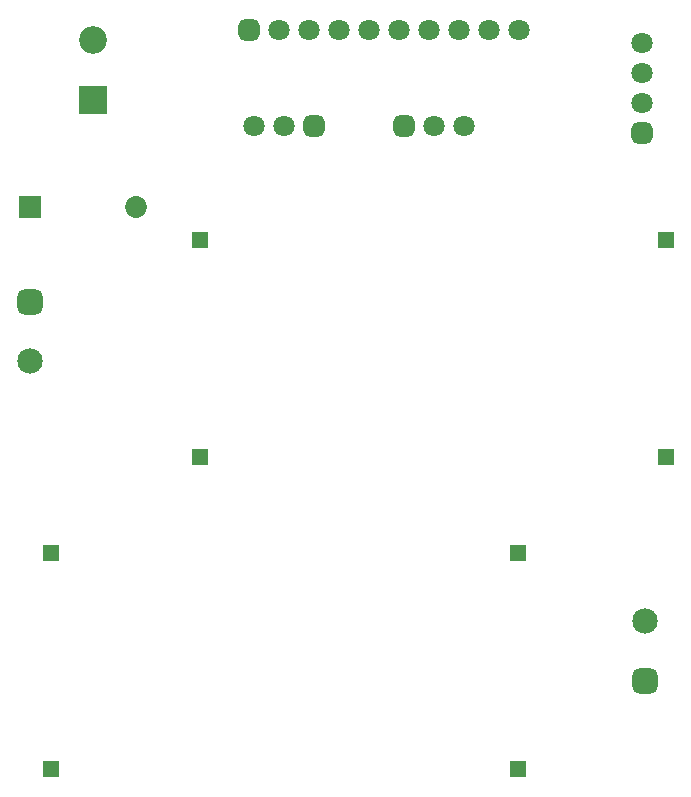
<source format=gbr>
%TF.GenerationSoftware,Altium Limited,Altium Designer,24.10.1 (45)*%
G04 Layer_Color=16711935*
%FSLAX45Y45*%
%MOMM*%
%TF.SameCoordinates,0FFDF30E-0F8A-4EF6-B442-501BBF81013B*%
%TF.FilePolarity,Negative*%
%TF.FileFunction,Soldermask,Bot*%
%TF.Part,Single*%
G01*
G75*
%TA.AperFunction,ComponentPad*%
%ADD14R,2.35000X2.35000*%
%ADD15C,2.35000*%
%ADD26C,1.80320*%
G04:AMPARAMS|DCode=27|XSize=1.8032mm|YSize=1.8032mm|CornerRadius=0.5016mm|HoleSize=0mm|Usage=FLASHONLY|Rotation=0.000|XOffset=0mm|YOffset=0mm|HoleType=Round|Shape=RoundedRectangle|*
%AMROUNDEDRECTD27*
21,1,1.80320,0.80000,0,0,0.0*
21,1,0.80000,1.80320,0,0,0.0*
1,1,1.00320,0.40000,-0.40000*
1,1,1.00320,-0.40000,-0.40000*
1,1,1.00320,-0.40000,0.40000*
1,1,1.00320,0.40000,0.40000*
%
%ADD27ROUNDEDRECTD27*%
%ADD28R,1.44320X1.44320*%
%ADD29R,1.85320X1.85320*%
%ADD30C,1.85320*%
G04:AMPARAMS|DCode=31|XSize=2.1532mm|YSize=2.1532mm|CornerRadius=0.5891mm|HoleSize=0mm|Usage=FLASHONLY|Rotation=270.000|XOffset=0mm|YOffset=0mm|HoleType=Round|Shape=RoundedRectangle|*
%AMROUNDEDRECTD31*
21,1,2.15320,0.97500,0,0,270.0*
21,1,0.97500,2.15320,0,0,270.0*
1,1,1.17820,-0.48750,-0.48750*
1,1,1.17820,-0.48750,0.48750*
1,1,1.17820,0.48750,0.48750*
1,1,1.17820,0.48750,-0.48750*
%
%ADD31ROUNDEDRECTD31*%
%ADD32C,2.15320*%
G04:AMPARAMS|DCode=33|XSize=1.8032mm|YSize=1.8032mm|CornerRadius=0.5016mm|HoleSize=0mm|Usage=FLASHONLY|Rotation=90.000|XOffset=0mm|YOffset=0mm|HoleType=Round|Shape=RoundedRectangle|*
%AMROUNDEDRECTD33*
21,1,1.80320,0.80000,0,0,90.0*
21,1,0.80000,1.80320,0,0,90.0*
1,1,1.00320,0.40000,0.40000*
1,1,1.00320,0.40000,-0.40000*
1,1,1.00320,-0.40000,-0.40000*
1,1,1.00320,-0.40000,0.40000*
%
%ADD33ROUNDEDRECTD33*%
D14*
X1117600Y6007100D02*
D03*
D15*
Y6515100D02*
D03*
D26*
X4724400Y6604000D02*
D03*
X4470400D02*
D03*
X3708400D02*
D03*
X3200400D02*
D03*
X2692400D02*
D03*
X2946400D02*
D03*
X3454400D02*
D03*
X3962400D02*
D03*
X4216400D02*
D03*
X2476500Y5791200D02*
D03*
X2730500D02*
D03*
X4254500D02*
D03*
X4000500D02*
D03*
X5765800Y6489700D02*
D03*
Y6235700D02*
D03*
Y5981700D02*
D03*
D27*
X2438400Y6604000D02*
D03*
X2984500Y5791200D02*
D03*
X3746500D02*
D03*
D28*
X762000Y2176780D02*
D03*
Y342900D02*
D03*
X2016760Y4826000D02*
D03*
Y2992120D02*
D03*
X4714240Y342900D02*
D03*
Y2176780D02*
D03*
X5969000Y2992120D02*
D03*
Y4826000D02*
D03*
D29*
X578700Y5105400D02*
D03*
D30*
X1478700D02*
D03*
D31*
X584200Y4301299D02*
D03*
X5791200Y1096200D02*
D03*
D32*
X584200Y3801300D02*
D03*
X5791200Y1596199D02*
D03*
D33*
X5765800Y5727700D02*
D03*
%TF.MD5,07a874322ab29cbf48aa214fd8123f03*%
M02*

</source>
